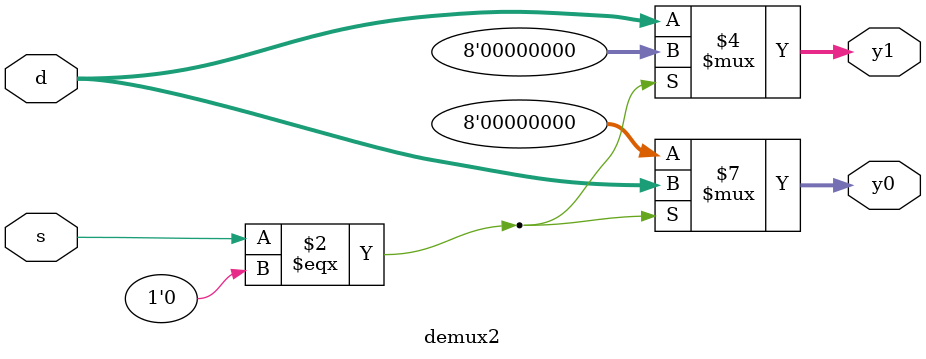
<source format=v>
module demux2 # (parameter WIDTH = 8)
(input [WIDTH-1:0] d, input s,
output reg [WIDTH-1:0] y0, y1);

always@(*) begin
if (s === 0)begin
	y0 <= d;
	y1 <= 0;
end
else begin
	y1 <= d;
	y0 <= 0;
	end
end
endmodule

</source>
